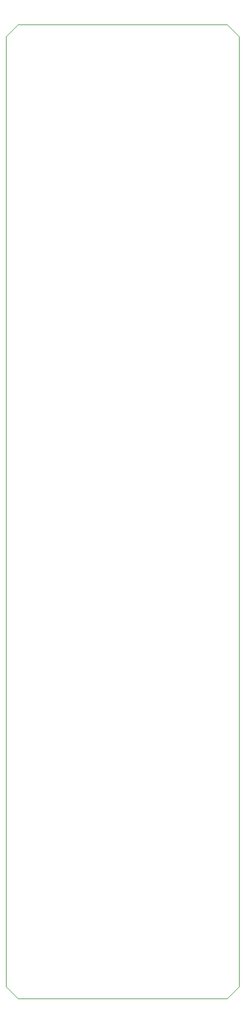
<source format=gbr>
%TF.GenerationSoftware,KiCad,Pcbnew,8.0.7*%
%TF.CreationDate,2025-01-01T13:33:22+01:00*%
%TF.ProjectId,termometer_kombo,7465726d-6f6d-4657-9465-725f6b6f6d62,rev?*%
%TF.SameCoordinates,Original*%
%TF.FileFunction,Profile,NP*%
%FSLAX46Y46*%
G04 Gerber Fmt 4.6, Leading zero omitted, Abs format (unit mm)*
G04 Created by KiCad (PCBNEW 8.0.7) date 2025-01-01 13:33:22*
%MOMM*%
%LPD*%
G01*
G04 APERTURE LIST*
%TA.AperFunction,Profile*%
%ADD10C,0.050000*%
%TD*%
G04 APERTURE END LIST*
D10*
X86700000Y-164000000D02*
X85000000Y-162300000D01*
X85000000Y-27700000D02*
X85000000Y-162300000D01*
X118000000Y-162300000D02*
X116300000Y-164000000D01*
X116300000Y-26000000D02*
X86700000Y-26000000D01*
X118000000Y-27700000D02*
X116300000Y-26000000D01*
X118000000Y-162300000D02*
X118000000Y-27700000D01*
X86700000Y-164000000D02*
X116300000Y-164000000D01*
X85000000Y-27700000D02*
X86700000Y-26000000D01*
M02*

</source>
